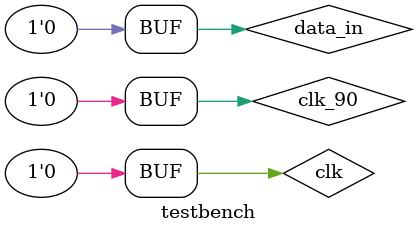
<source format=sv>
`timescale 1s/1ns  

module testbench;
    parameter CLK_FREQ = 3e3;
    parameter CLK_PERIOD = 1/CLK_FREQ;
    parameter CLK_HALF_PERIOD = CLK_PERIOD/2;
    parameter CLK_QUAD_PERIOD = CLK_PERIOD/4;

    parameter OVERSAMPLING_FACTOR = 2*2;

    parameter DATA_CLK_PHASE = 0.1*CLK_PERIOD;
    parameter DATA_CLK_STRECH = 0.95;



    logic clk = 0, clk_90 = 0;
    logic reset;
    logic data_in = 0, data_out, data_out_check;

    cdr cdr(
        clk, clk_90,
        data_in,
        clk_out, data_out
    );


        
    initial begin
        for(int i = 0; i < 1000; i++)
            #CLK_HALF_PERIOD clk = ~clk;
    end
    initial begin
        #CLK_QUAD_PERIOD;
        for(int i = 0; i < 1000; i++)
            #CLK_HALF_PERIOD clk_90 = ~clk_90;
    end
    initial begin
        #DATA_CLK_PHASE

        for(int i = 0; i < 50; i++)
            #(CLK_PERIOD*DATA_CLK_STRECH) data_in = ~data_in;
    end

endmodule
</source>
